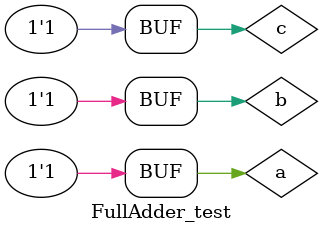
<source format=v>
`timescale 1ns / 1ps


module FullAdder_test;

	// Inputs
	reg a;
	reg b;
	reg c;

	// Outputs
	wire sum;
	wire carry;

	// Instantiate the Unit Under Test (UUT)
	FullAdder_ uut (
		.a(a), 
		.b(b), 
		.c(c), 
		.sum(sum), 
		.carry(carry)
	);

	initial begin
		//Wait for 100 ns
		#100;
		
		// First Inputs
		a = 0;
		b = 0;
		c = 0;

		// Wait 100 ns
		#100;
		
		// Second Input
		a = 0;
		b = 0;
		c = 1;
		
		// Wait 100 ns
		#100;
		
		// Third Input
		a = 0;
		b = 1;
		c = 0;
		
		// Wait 100 ns
		#100;
		
		// Fourth Input
		a = 0;
		b = 1;
		c = 1;
		
		// Wait 100 ns
		#100;
		
		// Fifth Input
		a = 1;
		b = 0;
		c = 0;
		
		// Wait 100 ns
		#100;
		
		// Sixth Input
		a = 1;
		b = 0;
		c = 1;
		
		// Wait 100 ns
		#100;
		
		// Seventh Input
		a = 1;
		b = 1;
		c = 0;
		
		// Wait 100 ns
		#100;
		
		// Eighth Input
		a = 1;
		b = 1;
		c = 1;
		
		        
		// Add stimulus here

	end
      
endmodule


</source>
